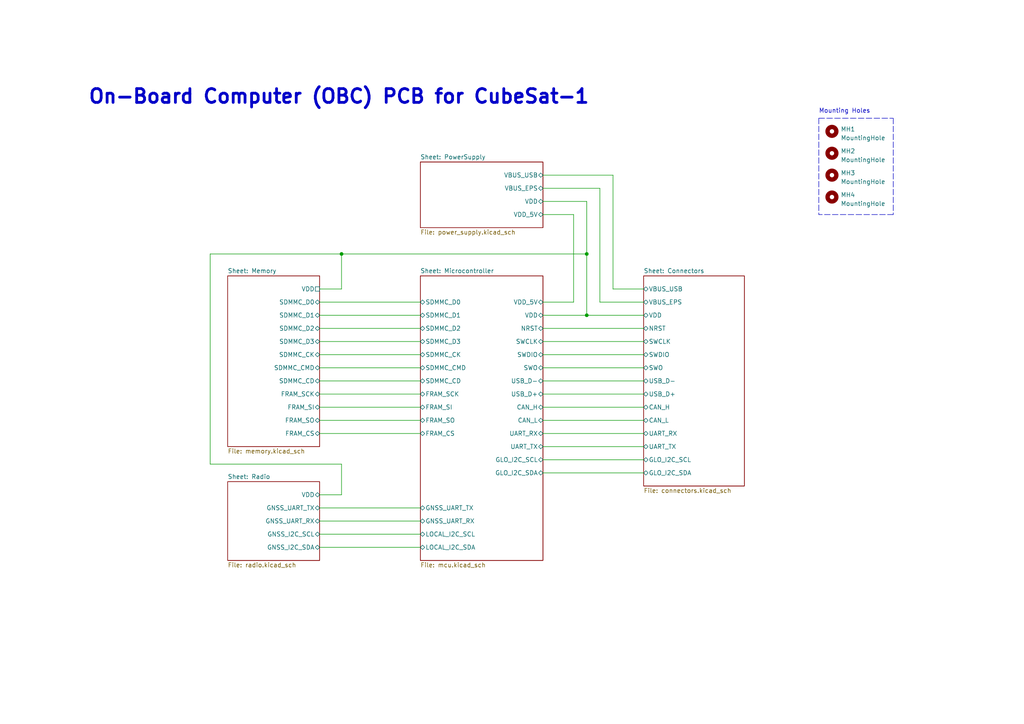
<source format=kicad_sch>
(kicad_sch (version 20230121) (generator eeschema)
  (paper "A4")
  (title_block (title "On-Board Computer (OBC) PCB for CubeSat-1") (date "2023-02-25") (rev "0.1") (company "cubesat-lab"))
  (lib_symbols
    (symbol "Mechanical:MountingHole" (pin_names (offset 1.016))
      (property "Reference" "H" (at 0 5.08 0))
      (property "Value" "MountingHole" (at 0 3.175 0))
      (symbol "MountingHole_0_1"
        (circle (center 0 0) (radius 1.27) (stroke (width 1.27)))
      )
    )
  )
  (junction (at 99.06 73.66))
  (junction (at 170.18 73.66))
  (junction (at 170.18 91.44))
  (wire (pts (xy 92.71 102.87) (xy 121.92 102.87)))
  (wire (pts (xy 157.48 137.16) (xy 186.69 137.16)))
  (wire (pts (xy 157.48 110.49) (xy 186.69 110.49)))
  (wire (pts (xy 92.71 87.63) (xy 121.92 87.63)))
  (wire (pts (xy 60.96 134.62) (xy 60.96 73.66)))
  (wire (pts (xy 170.18 58.42) (xy 170.18 73.66)))
  (wire (pts (xy 99.06 134.62) (xy 60.96 134.62)))
  (wire (pts (xy 157.48 118.11) (xy 186.69 118.11)))
  (wire (pts (xy 60.96 73.66) (xy 99.06 73.66)))
  (wire (pts (xy 92.71 118.11) (xy 121.92 118.11)))
  (wire (pts (xy 92.71 91.44) (xy 121.92 91.44)))
  (wire (pts (xy 157.48 114.3) (xy 186.69 114.3)))
  (polyline (pts (xy 259.08 34.29) (xy 259.08 62.23)) (stroke (width 0) (type dash)))
  (wire (pts (xy 170.18 91.44) (xy 186.69 91.44)))
  (wire (pts (xy 170.18 73.66) (xy 170.18 91.44)))
  (wire (pts (xy 92.71 158.75) (xy 121.92 158.75)))
  (wire (pts (xy 177.8 50.8) (xy 157.48 50.8)))
  (wire (pts (xy 92.71 143.51) (xy 99.06 143.51)))
  (wire (pts (xy 157.48 129.54) (xy 186.69 129.54)))
  (polyline (pts (xy 237.49 34.29) (xy 259.08 34.29)) (stroke (width 0) (type dash)))
  (wire (pts (xy 157.48 95.25) (xy 186.69 95.25)))
  (wire (pts (xy 99.06 73.66) (xy 170.18 73.66)))
  (wire (pts (xy 92.71 99.06) (xy 121.92 99.06)))
  (wire (pts (xy 157.48 133.35) (xy 186.69 133.35)))
  (wire (pts (xy 92.71 95.25) (xy 121.92 95.25)))
  (wire (pts (xy 157.48 91.44) (xy 170.18 91.44)))
  (wire (pts (xy 177.8 83.82) (xy 177.8 50.8)))
  (wire (pts (xy 157.48 102.87) (xy 186.69 102.87)))
  (polyline (pts (xy 259.08 62.23) (xy 237.49 62.23)) (stroke (width 0) (type dash)))
  (wire (pts (xy 157.48 58.42) (xy 170.18 58.42)))
  (wire (pts (xy 92.71 151.13) (xy 121.92 151.13)))
  (wire (pts (xy 92.71 106.68) (xy 121.92 106.68)))
  (wire (pts (xy 186.69 83.82) (xy 177.8 83.82)))
  (wire (pts (xy 92.71 147.32) (xy 121.92 147.32)))
  (wire (pts (xy 99.06 134.62) (xy 99.06 143.51)))
  (wire (pts (xy 157.48 54.61) (xy 173.99 54.61)))
  (polyline (pts (xy 237.49 34.29) (xy 237.49 62.23)) (stroke (width 0) (type dash)))
  (wire (pts (xy 92.71 110.49) (xy 121.92 110.49)))
  (wire (pts (xy 157.48 62.23) (xy 166.37 62.23)))
  (wire (pts (xy 99.06 83.82) (xy 92.71 83.82)))
  (wire (pts (xy 157.48 125.73) (xy 186.69 125.73)))
  (wire (pts (xy 166.37 62.23) (xy 166.37 87.63)))
  (wire (pts (xy 92.71 125.73) (xy 121.92 125.73)))
  (wire (pts (xy 157.48 99.06) (xy 186.69 99.06)))
  (wire (pts (xy 173.99 87.63) (xy 173.99 54.61)))
  (wire (pts (xy 166.37 87.63) (xy 157.48 87.63)))
  (wire (pts (xy 157.48 106.68) (xy 186.69 106.68)))
  (wire (pts (xy 92.71 154.94) (xy 121.92 154.94)))
  (wire (pts (xy 99.06 73.66) (xy 99.06 83.82)))
  (wire (pts (xy 92.71 121.92) (xy 121.92 121.92)))
  (wire (pts (xy 157.48 121.92) (xy 186.69 121.92)))
  (wire (pts (xy 92.71 114.3) (xy 121.92 114.3)))
  (wire (pts (xy 186.69 87.63) (xy 173.99 87.63)))
  (text "On-Board Computer (OBC) PCB for CubeSat-1" (at 25.4 30.48 0) (effects (font (size 4 4) (thickness 0.8) bold) (justify left bottom)))
  (text "Mounting Holes" (at 237.49 33.02 0) (effects (font (size 1.27 1.27)) (justify left bottom)))
  (symbol (lib_id "Mechanical:MountingHole") (at 241.3 38.1 0) (unit 1)
    (property "Reference" "MH1" (at 243.84 37.465 0) (effects (justify left)))
    (property "Value" "MountingHole" (at 243.84 40.005 0) (effects (justify left)))
    (property "Footprint" "MountingHole:MountingHole_3.2mm_M3_Pad_Via" (effects hide))
  )
  (symbol (lib_id "Mechanical:MountingHole") (at 241.3 50.8 0) (unit 1)
    (property "Reference" "MH3" (at 243.84 50.165 0) (effects (justify left)))
    (property "Value" "MountingHole" (at 243.84 52.705 0) (effects (justify left)))
    (property "Footprint" "MountingHole:MountingHole_3.2mm_M3_Pad_Via" (effects hide))
  )
  (symbol (lib_id "Mechanical:MountingHole") (at 241.3 57.15 0) (unit 1)
    (property "Reference" "MH4" (at 243.84 56.515 0) (effects (justify left)))
    (property "Value" "MountingHole" (at 243.84 59.055 0) (effects (justify left)))
    (property "Footprint" "MountingHole:MountingHole_3.2mm_M3_Pad_Via" (effects hide))
  )
  (symbol (lib_id "Mechanical:MountingHole") (at 241.3 44.45 0) (unit 1)
    (property "Reference" "MH2" (at 243.84 43.815 0) (effects (justify left)))
    (property "Value" "MountingHole" (at 243.84 46.355 0) (effects (justify left)))
    (property "Footprint" "MountingHole:MountingHole_3.2mm_M3_Pad_Via" (effects hide))
  )
  (sheet (at 66.04 80.01) (size 26.67 49.53) (stroke (width 0.1524))
    (property "Sheetname" "Sheet: Memory" (at 66.04 79.2984 0) (effects (justify left bottom)))
    (property "Sheetfile" "memory.kicad_sch" (at 66.04 130.1246 0) (effects (justify left top)))
    (pin "SDMMC_D0" bidirectional (at 92.71 87.63 0))
    (pin "SDMMC_CMD" bidirectional (at 92.71 106.68 0))
    (pin "SDMMC_D1" bidirectional (at 92.71 91.44 0))
    (pin "SDMMC_D2" bidirectional (at 92.71 95.25 0))
    (pin "SDMMC_D3" bidirectional (at 92.71 99.06 0))
    (pin "VDD" passive (at 92.71 83.82 0))
    (pin "SDMMC_CK" bidirectional (at 92.71 102.87 0))
    (pin "SDMMC_CD" bidirectional (at 92.71 110.49 0))
    (pin "FRAM_CS" bidirectional (at 92.71 125.73 0))
    (pin "FRAM_SCK" bidirectional (at 92.71 114.3 0))
    (pin "FRAM_SO" bidirectional (at 92.71 121.92 0))
    (pin "FRAM_SI" bidirectional (at 92.71 118.11 0))
  )
  (sheet (at 66.04 139.7) (size 26.67 22.86) (stroke (width 0.1524))
    (property "Sheetname" "Sheet: Radio" (at 66.04 138.9884 0) (effects (justify left bottom)))
    (property "Sheetfile" "radio.kicad_sch" (at 66.04 163.1446 0) (effects (justify left top)))
    (pin "GNSS_UART_RX" bidirectional (at 92.71 151.13 0))
    (pin "GNSS_I2C_SDA" bidirectional (at 92.71 158.75 0))
    (pin "GNSS_UART_TX" bidirectional (at 92.71 147.32 0))
    (pin "GNSS_I2C_SCL" bidirectional (at 92.71 154.94 0))
    (pin "VDD" bidirectional (at 92.71 143.51 0))
  )
  (sheet (at 121.92 80.01) (size 35.56 82.55) (stroke (width 0.1524))
    (property "Sheetname" "Sheet: Microcontroller" (at 121.92 79.2984 0) (effects (justify left bottom)))
    (property "Sheetfile" "mcu.kicad_sch" (at 121.92 163.1446 0) (effects (justify left top)))
    (pin "USB_D+" bidirectional (at 157.48 114.3 0))
    (pin "VDD" bidirectional (at 157.48 91.44 0))
    (pin "USB_D-" bidirectional (at 157.48 110.49 0))
    (pin "SWCLK" bidirectional (at 157.48 99.06 0))
    (pin "SWO" bidirectional (at 157.48 106.68 0))
    (pin "SWDIO" bidirectional (at 157.48 102.87 0))
    (pin "NRST" bidirectional (at 157.48 95.25 0))
    (pin "SDMMC_D0" bidirectional (at 121.92 87.63 180))
    (pin "UART_RX" bidirectional (at 157.48 125.73 0))
    (pin "UART_TX" bidirectional (at 157.48 129.54 0))
    (pin "SDMMC_CK" bidirectional (at 121.92 102.87 180))
    (pin "SDMMC_D1" bidirectional (at 121.92 91.44 180))
    (pin "SDMMC_CMD" bidirectional (at 121.92 106.68 180))
    (pin "SDMMC_D2" bidirectional (at 121.92 95.25 180))
    (pin "SDMMC_D3" bidirectional (at 121.92 99.06 180))
    (pin "CAN_H" bidirectional (at 157.48 118.11 0))
    (pin "CAN_L" bidirectional (at 157.48 121.92 0))
    (pin "VDD_5V" bidirectional (at 157.48 87.63 0))
    (pin "SDMMC_CD" bidirectional (at 121.92 110.49 180))
    (pin "FRAM_SCK" bidirectional (at 121.92 114.3 180))
    (pin "FRAM_SO" bidirectional (at 121.92 121.92 180))
    (pin "FRAM_SI" bidirectional (at 121.92 118.11 180))
    (pin "FRAM_CS" bidirectional (at 121.92 125.73 180))
    (pin "GNSS_UART_TX" bidirectional (at 121.92 147.32 180))
    (pin "GNSS_UART_RX" bidirectional (at 121.92 151.13 180))
    (pin "GLO_I2C_SCL" bidirectional (at 157.48 133.35 0))
    (pin "GLO_I2C_SDA" bidirectional (at 157.48 137.16 0))
    (pin "LOCAL_I2C_SDA" bidirectional (at 121.92 158.75 180))
    (pin "LOCAL_I2C_SCL" bidirectional (at 121.92 154.94 180))
  )
  (sheet (at 186.69 80.01) (size 29.21 60.96) (stroke (width 0.1524))
    (property "Sheetname" "Sheet: Connectors" (at 186.69 79.2984 0) (effects (justify left bottom)))
    (property "Sheetfile" "connectors.kicad_sch" (at 186.69 141.5546 0) (effects (justify left top)))
    (pin "USB_D-" bidirectional (at 186.69 110.49 180))
    (pin "USB_D+" bidirectional (at 186.69 114.3 180))
    (pin "VBUS_USB" bidirectional (at 186.69 83.82 180))
    (pin "VDD" bidirectional (at 186.69 91.44 180))
    (pin "SWCLK" bidirectional (at 186.69 99.06 180))
    (pin "SWDIO" bidirectional (at 186.69 102.87 180))
    (pin "SWO" bidirectional (at 186.69 106.68 180))
    (pin "NRST" bidirectional (at 186.69 95.25 180))
    (pin "VBUS_EPS" bidirectional (at 186.69 87.63 180))
    (pin "CAN_H" bidirectional (at 186.69 118.11 180))
    (pin "CAN_L" bidirectional (at 186.69 121.92 180))
    (pin "UART_RX" bidirectional (at 186.69 125.73 180))
    (pin "UART_TX" bidirectional (at 186.69 129.54 180))
    (pin "GLO_I2C_SDA" bidirectional (at 186.69 137.16 180))
    (pin "GLO_I2C_SCL" bidirectional (at 186.69 133.35 180))
  )
  (sheet (at 121.92 46.99) (size 35.56 19.05) (stroke (width 0.1524))
    (property "Sheetname" "Sheet: PowerSupply" (at 121.92 46.2784 0) (effects (justify left bottom)))
    (property "Sheetfile" "power_supply.kicad_sch" (at 121.92 66.6246 0) (effects (justify left top)))
    (pin "VDD" bidirectional (at 157.48 58.42 0))
    (pin "VBUS_USB" bidirectional (at 157.48 50.8 0))
    (pin "VBUS_EPS" bidirectional (at 157.48 54.61 0))
    (pin "VDD_5V" bidirectional (at 157.48 62.23 0))
  )
)
</source>
